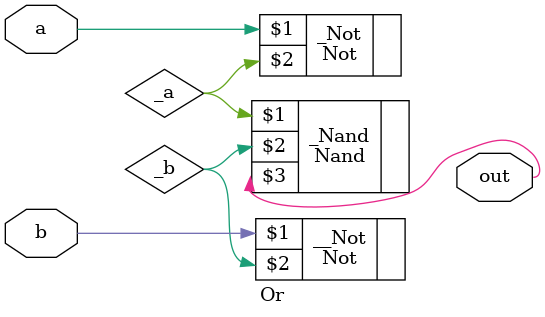
<source format=v>
/*
	Or:

	in -- a, b
	out -- out

	(a == 1 || b == 1) --> out = 1

*/

module Or(
	input wire a,
	input wire b,
	output wire out
);

/*
	Not (in = a, out = out1);
    Not (in = b, out = out2);
    Nand(a = out1, b = out2, out = out);
*/

wire _a, _b;

Not _Not(a, _a);
Not __Not(b, _b);
Nand _Nand(_a, _b, out);

endmodule
</source>
